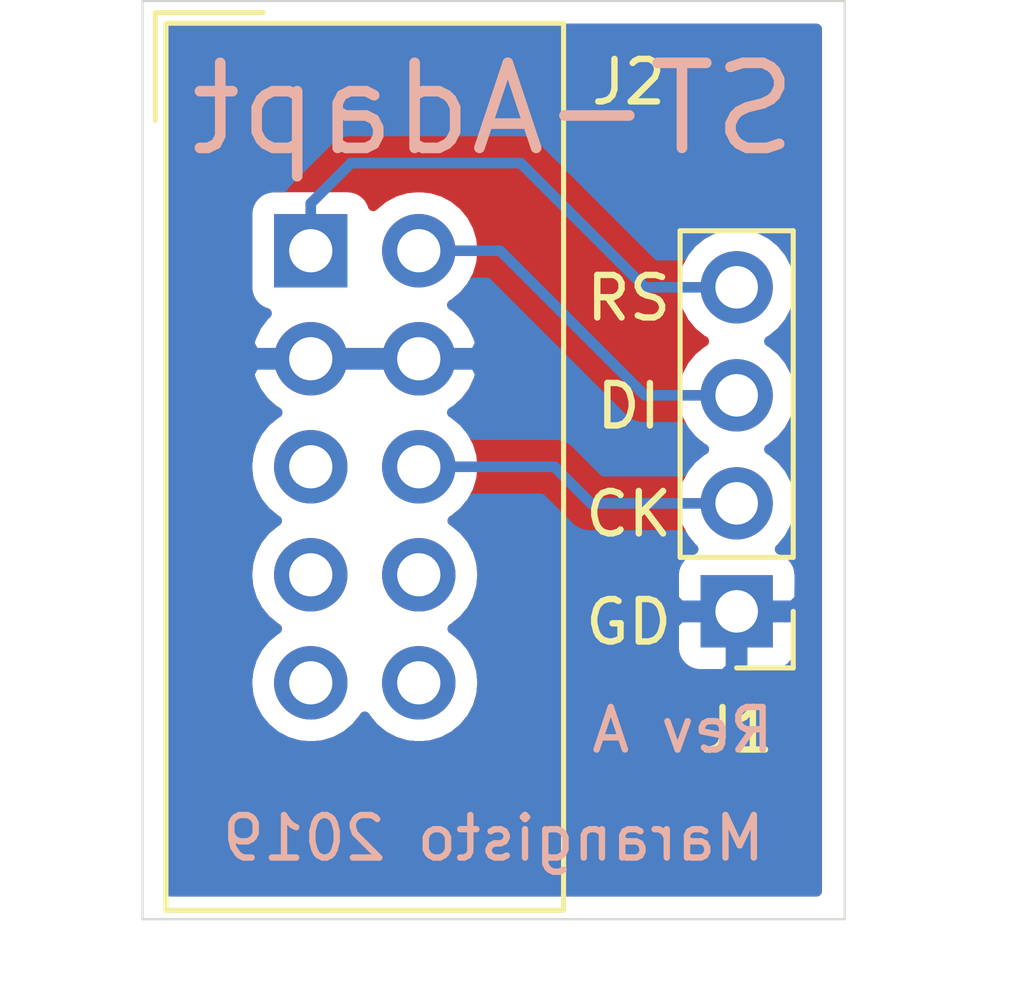
<source format=kicad_pcb>
(kicad_pcb (version 20171130) (host pcbnew 5.1.4-e60b266~84~ubuntu18.04.1)

  (general
    (thickness 1.6)
    (drawings 11)
    (tracks 11)
    (zones 0)
    (modules 2)
    (nets 10)
  )

  (page A4)
  (layers
    (0 F.Cu signal)
    (31 B.Cu signal)
    (32 B.Adhes user)
    (33 F.Adhes user)
    (34 B.Paste user)
    (35 F.Paste user)
    (36 B.SilkS user)
    (37 F.SilkS user)
    (38 B.Mask user)
    (39 F.Mask user)
    (40 Dwgs.User user)
    (41 Cmts.User user)
    (42 Eco1.User user)
    (43 Eco2.User user)
    (44 Edge.Cuts user)
    (45 Margin user)
    (46 B.CrtYd user)
    (47 F.CrtYd user)
    (48 B.Fab user)
    (49 F.Fab user)
  )

  (setup
    (last_trace_width 0.25)
    (user_trace_width 0.508)
    (trace_clearance 0.2)
    (zone_clearance 0.508)
    (zone_45_only no)
    (trace_min 0.2)
    (via_size 0.8)
    (via_drill 0.4)
    (via_min_size 0.4)
    (via_min_drill 0.3)
    (uvia_size 0.3)
    (uvia_drill 0.1)
    (uvias_allowed no)
    (uvia_min_size 0.2)
    (uvia_min_drill 0.1)
    (edge_width 0.05)
    (segment_width 0.2)
    (pcb_text_width 0.3)
    (pcb_text_size 1.5 1.5)
    (mod_edge_width 0.12)
    (mod_text_size 1 1)
    (mod_text_width 0.15)
    (pad_size 1.524 1.524)
    (pad_drill 0.762)
    (pad_to_mask_clearance 0.051)
    (solder_mask_min_width 0.25)
    (aux_axis_origin 0 0)
    (visible_elements FFFFFF7F)
    (pcbplotparams
      (layerselection 0x010fc_ffffffff)
      (usegerberextensions false)
      (usegerberattributes false)
      (usegerberadvancedattributes false)
      (creategerberjobfile false)
      (excludeedgelayer true)
      (linewidth 0.100000)
      (plotframeref false)
      (viasonmask false)
      (mode 1)
      (useauxorigin true)
      (hpglpennumber 1)
      (hpglpenspeed 20)
      (hpglpendiameter 15.000000)
      (psnegative false)
      (psa4output false)
      (plotreference true)
      (plotvalue true)
      (plotinvisibletext false)
      (padsonsilk false)
      (subtractmaskfromsilk false)
      (outputformat 1)
      (mirror false)
      (drillshape 0)
      (scaleselection 1)
      (outputdirectory "Gerber"))
  )

  (net 0 "")
  (net 1 RESET)
  (net 2 SWDIO)
  (net 3 SWCLK)
  (net 4 GND)
  (net 5 "Net-(J2-Pad10)")
  (net 6 "Net-(J2-Pad9)")
  (net 7 "Net-(J2-Pad8)")
  (net 8 "Net-(J2-Pad7)")
  (net 9 "Net-(J2-Pad5)")

  (net_class Default "This is the default net class."
    (clearance 0.2)
    (trace_width 0.25)
    (via_dia 0.8)
    (via_drill 0.4)
    (uvia_dia 0.3)
    (uvia_drill 0.1)
    (add_net GND)
    (add_net "Net-(J2-Pad10)")
    (add_net "Net-(J2-Pad5)")
    (add_net "Net-(J2-Pad7)")
    (add_net "Net-(J2-Pad8)")
    (add_net "Net-(J2-Pad9)")
    (add_net RESET)
    (add_net SWCLK)
    (add_net SWDIO)
  )

  (module Connector_IDC:IDC-Header_2x05_P2.54mm_Vertical (layer F.Cu) (tedit 59DE0611) (tstamp 5DB6EC8B)
    (at 138.575 86.516)
    (descr "Through hole straight IDC box header, 2x05, 2.54mm pitch, double rows")
    (tags "Through hole IDC box header THT 2x05 2.54mm double row")
    (path /5DB7E212)
    (fp_text reference J2 (at 7.475 -3.966) (layer F.SilkS)
      (effects (font (size 1 1) (thickness 0.15)))
    )
    (fp_text value Conn_02x05_Odd_Even (at 1.27 16.764) (layer F.Fab)
      (effects (font (size 1 1) (thickness 0.15)))
    )
    (fp_line (start -3.655 -5.6) (end -1.115 -5.6) (layer F.SilkS) (width 0.12))
    (fp_line (start -3.655 -5.6) (end -3.655 -3.06) (layer F.SilkS) (width 0.12))
    (fp_line (start -3.405 -5.35) (end 5.945 -5.35) (layer F.SilkS) (width 0.12))
    (fp_line (start -3.405 15.51) (end -3.405 -5.35) (layer F.SilkS) (width 0.12))
    (fp_line (start 5.945 15.51) (end -3.405 15.51) (layer F.SilkS) (width 0.12))
    (fp_line (start 5.945 -5.35) (end 5.945 15.51) (layer F.SilkS) (width 0.12))
    (fp_line (start -3.41 -5.35) (end 5.95 -5.35) (layer F.CrtYd) (width 0.05))
    (fp_line (start -3.41 15.51) (end -3.41 -5.35) (layer F.CrtYd) (width 0.05))
    (fp_line (start 5.95 15.51) (end -3.41 15.51) (layer F.CrtYd) (width 0.05))
    (fp_line (start 5.95 -5.35) (end 5.95 15.51) (layer F.CrtYd) (width 0.05))
    (fp_line (start -3.155 15.26) (end -2.605 14.7) (layer F.Fab) (width 0.1))
    (fp_line (start -3.155 -5.1) (end -2.605 -4.56) (layer F.Fab) (width 0.1))
    (fp_line (start 5.695 15.26) (end 5.145 14.7) (layer F.Fab) (width 0.1))
    (fp_line (start 5.695 -5.1) (end 5.145 -4.56) (layer F.Fab) (width 0.1))
    (fp_line (start 5.145 14.7) (end -2.605 14.7) (layer F.Fab) (width 0.1))
    (fp_line (start 5.695 15.26) (end -3.155 15.26) (layer F.Fab) (width 0.1))
    (fp_line (start 5.145 -4.56) (end -2.605 -4.56) (layer F.Fab) (width 0.1))
    (fp_line (start 5.695 -5.1) (end -3.155 -5.1) (layer F.Fab) (width 0.1))
    (fp_line (start -2.605 7.33) (end -3.155 7.33) (layer F.Fab) (width 0.1))
    (fp_line (start -2.605 2.83) (end -3.155 2.83) (layer F.Fab) (width 0.1))
    (fp_line (start -2.605 7.33) (end -2.605 14.7) (layer F.Fab) (width 0.1))
    (fp_line (start -2.605 -4.56) (end -2.605 2.83) (layer F.Fab) (width 0.1))
    (fp_line (start -3.155 -5.1) (end -3.155 15.26) (layer F.Fab) (width 0.1))
    (fp_line (start 5.145 -4.56) (end 5.145 14.7) (layer F.Fab) (width 0.1))
    (fp_line (start 5.695 -5.1) (end 5.695 15.26) (layer F.Fab) (width 0.1))
    (fp_text user %R (at 1.27 5.08) (layer F.Fab)
      (effects (font (size 1 1) (thickness 0.15)))
    )
    (pad 10 thru_hole oval (at 2.54 10.16) (size 1.7272 1.7272) (drill 1.016) (layers *.Cu *.Mask)
      (net 5 "Net-(J2-Pad10)"))
    (pad 9 thru_hole oval (at 0 10.16) (size 1.7272 1.7272) (drill 1.016) (layers *.Cu *.Mask)
      (net 6 "Net-(J2-Pad9)"))
    (pad 8 thru_hole oval (at 2.54 7.62) (size 1.7272 1.7272) (drill 1.016) (layers *.Cu *.Mask)
      (net 7 "Net-(J2-Pad8)"))
    (pad 7 thru_hole oval (at 0 7.62) (size 1.7272 1.7272) (drill 1.016) (layers *.Cu *.Mask)
      (net 8 "Net-(J2-Pad7)"))
    (pad 6 thru_hole oval (at 2.54 5.08) (size 1.7272 1.7272) (drill 1.016) (layers *.Cu *.Mask)
      (net 3 SWCLK))
    (pad 5 thru_hole oval (at 0 5.08) (size 1.7272 1.7272) (drill 1.016) (layers *.Cu *.Mask)
      (net 9 "Net-(J2-Pad5)"))
    (pad 4 thru_hole oval (at 2.54 2.54) (size 1.7272 1.7272) (drill 1.016) (layers *.Cu *.Mask)
      (net 4 GND))
    (pad 3 thru_hole oval (at 0 2.54) (size 1.7272 1.7272) (drill 1.016) (layers *.Cu *.Mask)
      (net 4 GND))
    (pad 2 thru_hole oval (at 2.54 0) (size 1.7272 1.7272) (drill 1.016) (layers *.Cu *.Mask)
      (net 2 SWDIO))
    (pad 1 thru_hole rect (at 0 0) (size 1.7272 1.7272) (drill 1.016) (layers *.Cu *.Mask)
      (net 1 RESET))
    (model ${KISYS3DMOD}/Connector_IDC.3dshapes/IDC-Header_2x05_P2.54mm_Vertical.wrl
      (at (xyz 0 0 0))
      (scale (xyz 1 1 1))
      (rotate (xyz 0 0 0))
    )
  )

  (module Connector_PinHeader_2.54mm:PinHeader_1x04_P2.54mm_Vertical (layer F.Cu) (tedit 59FED5CC) (tstamp 5DB6EC5A)
    (at 148.59 94.996 180)
    (descr "Through hole straight pin header, 1x04, 2.54mm pitch, single row")
    (tags "Through hole pin header THT 1x04 2.54mm single row")
    (path /5DB7EE25)
    (fp_text reference J1 (at 0 -2.794) (layer F.SilkS)
      (effects (font (size 1 1) (thickness 0.15)))
    )
    (fp_text value Conn_01x04_Male (at 0 9.95) (layer F.Fab)
      (effects (font (size 1 1) (thickness 0.15)))
    )
    (fp_text user %R (at 0 3.81 90) (layer F.Fab)
      (effects (font (size 1 1) (thickness 0.15)))
    )
    (fp_line (start 1.8 -1.8) (end -1.8 -1.8) (layer F.CrtYd) (width 0.05))
    (fp_line (start 1.8 9.4) (end 1.8 -1.8) (layer F.CrtYd) (width 0.05))
    (fp_line (start -1.8 9.4) (end 1.8 9.4) (layer F.CrtYd) (width 0.05))
    (fp_line (start -1.8 -1.8) (end -1.8 9.4) (layer F.CrtYd) (width 0.05))
    (fp_line (start -1.33 -1.33) (end 0 -1.33) (layer F.SilkS) (width 0.12))
    (fp_line (start -1.33 0) (end -1.33 -1.33) (layer F.SilkS) (width 0.12))
    (fp_line (start -1.33 1.27) (end 1.33 1.27) (layer F.SilkS) (width 0.12))
    (fp_line (start 1.33 1.27) (end 1.33 8.95) (layer F.SilkS) (width 0.12))
    (fp_line (start -1.33 1.27) (end -1.33 8.95) (layer F.SilkS) (width 0.12))
    (fp_line (start -1.33 8.95) (end 1.33 8.95) (layer F.SilkS) (width 0.12))
    (fp_line (start -1.27 -0.635) (end -0.635 -1.27) (layer F.Fab) (width 0.1))
    (fp_line (start -1.27 8.89) (end -1.27 -0.635) (layer F.Fab) (width 0.1))
    (fp_line (start 1.27 8.89) (end -1.27 8.89) (layer F.Fab) (width 0.1))
    (fp_line (start 1.27 -1.27) (end 1.27 8.89) (layer F.Fab) (width 0.1))
    (fp_line (start -0.635 -1.27) (end 1.27 -1.27) (layer F.Fab) (width 0.1))
    (pad 4 thru_hole oval (at 0 7.62 180) (size 1.7 1.7) (drill 1) (layers *.Cu *.Mask)
      (net 1 RESET))
    (pad 3 thru_hole oval (at 0 5.08 180) (size 1.7 1.7) (drill 1) (layers *.Cu *.Mask)
      (net 2 SWDIO))
    (pad 2 thru_hole oval (at 0 2.54 180) (size 1.7 1.7) (drill 1) (layers *.Cu *.Mask)
      (net 3 SWCLK))
    (pad 1 thru_hole rect (at 0 0 180) (size 1.7 1.7) (drill 1) (layers *.Cu *.Mask)
      (net 4 GND))
    (model ${KISYS3DMOD}/Connector_PinHeader_2.54mm.3dshapes/PinHeader_1x04_P2.54mm_Vertical.wrl
      (at (xyz 0 0 0))
      (scale (xyz 1 1 1))
      (rotate (xyz 0 0 0))
    )
  )

  (gr_text "Rev A" (at 147.32 97.79) (layer B.SilkS)
    (effects (font (size 1 1) (thickness 0.15)) (justify mirror))
  )
  (gr_text ST-Adapt (at 142.875 83.185) (layer B.SilkS)
    (effects (font (size 2 2) (thickness 0.25)) (justify mirror))
  )
  (gr_text "Marangisto 2019" (at 142.875 100.33) (layer B.SilkS)
    (effects (font (size 1 1) (thickness 0.15)) (justify mirror))
  )
  (gr_text RS (at 146.05 87.63) (layer F.SilkS) (tstamp 5DB6F28F)
    (effects (font (size 1 1) (thickness 0.15)))
  )
  (gr_text DI (at 146.05 90.17) (layer F.SilkS) (tstamp 5DB6F28C)
    (effects (font (size 1 1) (thickness 0.15)))
  )
  (gr_text CK (at 146.05 92.71) (layer F.SilkS) (tstamp 5DB6F28A)
    (effects (font (size 1 1) (thickness 0.15)))
  )
  (gr_text GD (at 146.05 95.25) (layer F.SilkS)
    (effects (font (size 1 1) (thickness 0.15)))
  )
  (gr_line (start 134.62 102.235) (end 134.62 80.645) (layer Edge.Cuts) (width 0.05) (tstamp 5DB6F1EF))
  (gr_line (start 151.13 102.235) (end 134.62 102.235) (layer Edge.Cuts) (width 0.05))
  (gr_line (start 151.13 80.645) (end 151.13 102.235) (layer Edge.Cuts) (width 0.05))
  (gr_line (start 134.62 80.645) (end 151.13 80.645) (layer Edge.Cuts) (width 0.05))

  (segment (start 146.431 87.376) (end 148.59 87.376) (width 0.25) (layer B.Cu) (net 1))
  (segment (start 143.51 84.455) (end 146.431 87.376) (width 0.25) (layer B.Cu) (net 1))
  (segment (start 139.5224 84.455) (end 143.51 84.455) (width 0.25) (layer B.Cu) (net 1))
  (segment (start 138.575 86.516) (end 138.575 85.4024) (width 0.25) (layer B.Cu) (net 1))
  (segment (start 138.575 85.4024) (end 139.5224 84.455) (width 0.25) (layer B.Cu) (net 1))
  (segment (start 146.431 89.916) (end 148.59 89.916) (width 0.25) (layer B.Cu) (net 2))
  (segment (start 141.115 86.516) (end 143.031 86.516) (width 0.25) (layer B.Cu) (net 2))
  (segment (start 143.031 86.516) (end 146.431 89.916) (width 0.25) (layer B.Cu) (net 2))
  (segment (start 141.115 91.596) (end 144.301 91.596) (width 0.25) (layer B.Cu) (net 3))
  (segment (start 145.161 92.456) (end 148.59 92.456) (width 0.25) (layer B.Cu) (net 3))
  (segment (start 144.301 91.596) (end 145.161 92.456) (width 0.25) (layer B.Cu) (net 3))

  (zone (net 4) (net_name GND) (layer B.Cu) (tstamp 5DB6F346) (hatch edge 0.508)
    (connect_pads (clearance 0.508))
    (min_thickness 0.254)
    (fill yes (arc_segments 32) (thermal_gap 0.508) (thermal_bridge_width 0.508))
    (polygon
      (pts
        (xy 134.62 80.645) (xy 151.13 80.645) (xy 151.13 102.235) (xy 134.62 102.235)
      )
    )
    (filled_polygon
      (pts
        (xy 150.470001 101.575) (xy 135.28 101.575) (xy 135.28 91.596) (xy 137.069149 91.596) (xy 137.098084 91.889777)
        (xy 137.183775 92.172264) (xy 137.322931 92.432606) (xy 137.510203 92.660797) (xy 137.738394 92.848069) (xy 137.77194 92.866)
        (xy 137.738394 92.883931) (xy 137.510203 93.071203) (xy 137.322931 93.299394) (xy 137.183775 93.559736) (xy 137.098084 93.842223)
        (xy 137.069149 94.136) (xy 137.098084 94.429777) (xy 137.183775 94.712264) (xy 137.322931 94.972606) (xy 137.510203 95.200797)
        (xy 137.738394 95.388069) (xy 137.77194 95.406) (xy 137.738394 95.423931) (xy 137.510203 95.611203) (xy 137.322931 95.839394)
        (xy 137.183775 96.099736) (xy 137.098084 96.382223) (xy 137.069149 96.676) (xy 137.098084 96.969777) (xy 137.183775 97.252264)
        (xy 137.322931 97.512606) (xy 137.510203 97.740797) (xy 137.738394 97.928069) (xy 137.998736 98.067225) (xy 138.281223 98.152916)
        (xy 138.501381 98.1746) (xy 138.648619 98.1746) (xy 138.868777 98.152916) (xy 139.151264 98.067225) (xy 139.411606 97.928069)
        (xy 139.639797 97.740797) (xy 139.827069 97.512606) (xy 139.845 97.47906) (xy 139.862931 97.512606) (xy 140.050203 97.740797)
        (xy 140.278394 97.928069) (xy 140.538736 98.067225) (xy 140.821223 98.152916) (xy 141.041381 98.1746) (xy 141.188619 98.1746)
        (xy 141.408777 98.152916) (xy 141.691264 98.067225) (xy 141.951606 97.928069) (xy 142.179797 97.740797) (xy 142.367069 97.512606)
        (xy 142.506225 97.252264) (xy 142.591916 96.969777) (xy 142.620851 96.676) (xy 142.591916 96.382223) (xy 142.506225 96.099736)
        (xy 142.3706 95.846) (xy 147.101928 95.846) (xy 147.114188 95.970482) (xy 147.150498 96.09018) (xy 147.209463 96.200494)
        (xy 147.288815 96.297185) (xy 147.385506 96.376537) (xy 147.49582 96.435502) (xy 147.615518 96.471812) (xy 147.74 96.484072)
        (xy 148.30425 96.481) (xy 148.463 96.32225) (xy 148.463 95.123) (xy 148.717 95.123) (xy 148.717 96.32225)
        (xy 148.87575 96.481) (xy 149.44 96.484072) (xy 149.564482 96.471812) (xy 149.68418 96.435502) (xy 149.794494 96.376537)
        (xy 149.891185 96.297185) (xy 149.970537 96.200494) (xy 150.029502 96.09018) (xy 150.065812 95.970482) (xy 150.078072 95.846)
        (xy 150.075 95.28175) (xy 149.91625 95.123) (xy 148.717 95.123) (xy 148.463 95.123) (xy 147.26375 95.123)
        (xy 147.105 95.28175) (xy 147.101928 95.846) (xy 142.3706 95.846) (xy 142.367069 95.839394) (xy 142.179797 95.611203)
        (xy 141.951606 95.423931) (xy 141.91806 95.406) (xy 141.951606 95.388069) (xy 142.179797 95.200797) (xy 142.367069 94.972606)
        (xy 142.506225 94.712264) (xy 142.591916 94.429777) (xy 142.620851 94.136) (xy 142.591916 93.842223) (xy 142.506225 93.559736)
        (xy 142.367069 93.299394) (xy 142.179797 93.071203) (xy 141.951606 92.883931) (xy 141.91806 92.866) (xy 141.951606 92.848069)
        (xy 142.179797 92.660797) (xy 142.367069 92.432606) (xy 142.408016 92.356) (xy 143.986199 92.356) (xy 144.597201 92.967003)
        (xy 144.620999 92.996001) (xy 144.736724 93.090974) (xy 144.868753 93.161546) (xy 145.012014 93.205003) (xy 145.123667 93.216)
        (xy 145.123675 93.216) (xy 145.161 93.219676) (xy 145.198325 93.216) (xy 147.312405 93.216) (xy 147.349294 93.285014)
        (xy 147.534866 93.511134) (xy 147.564687 93.535607) (xy 147.49582 93.556498) (xy 147.385506 93.615463) (xy 147.288815 93.694815)
        (xy 147.209463 93.791506) (xy 147.150498 93.90182) (xy 147.114188 94.021518) (xy 147.101928 94.146) (xy 147.105 94.71025)
        (xy 147.26375 94.869) (xy 148.463 94.869) (xy 148.463 94.849) (xy 148.717 94.849) (xy 148.717 94.869)
        (xy 149.91625 94.869) (xy 150.075 94.71025) (xy 150.078072 94.146) (xy 150.065812 94.021518) (xy 150.029502 93.90182)
        (xy 149.970537 93.791506) (xy 149.891185 93.694815) (xy 149.794494 93.615463) (xy 149.68418 93.556498) (xy 149.615313 93.535607)
        (xy 149.645134 93.511134) (xy 149.830706 93.285014) (xy 149.968599 93.027034) (xy 150.053513 92.747111) (xy 150.082185 92.456)
        (xy 150.053513 92.164889) (xy 149.968599 91.884966) (xy 149.830706 91.626986) (xy 149.645134 91.400866) (xy 149.419014 91.215294)
        (xy 149.364209 91.186) (xy 149.419014 91.156706) (xy 149.645134 90.971134) (xy 149.830706 90.745014) (xy 149.968599 90.487034)
        (xy 150.053513 90.207111) (xy 150.082185 89.916) (xy 150.053513 89.624889) (xy 149.968599 89.344966) (xy 149.830706 89.086986)
        (xy 149.645134 88.860866) (xy 149.419014 88.675294) (xy 149.364209 88.646) (xy 149.419014 88.616706) (xy 149.645134 88.431134)
        (xy 149.830706 88.205014) (xy 149.968599 87.947034) (xy 150.053513 87.667111) (xy 150.082185 87.376) (xy 150.053513 87.084889)
        (xy 149.968599 86.804966) (xy 149.830706 86.546986) (xy 149.645134 86.320866) (xy 149.419014 86.135294) (xy 149.161034 85.997401)
        (xy 148.881111 85.912487) (xy 148.66295 85.891) (xy 148.51705 85.891) (xy 148.298889 85.912487) (xy 148.018966 85.997401)
        (xy 147.760986 86.135294) (xy 147.534866 86.320866) (xy 147.349294 86.546986) (xy 147.312405 86.616) (xy 146.745802 86.616)
        (xy 144.073804 83.944003) (xy 144.050001 83.914999) (xy 143.934276 83.820026) (xy 143.802247 83.749454) (xy 143.658986 83.705997)
        (xy 143.547333 83.695) (xy 143.547322 83.695) (xy 143.51 83.691324) (xy 143.472678 83.695) (xy 139.559723 83.695)
        (xy 139.5224 83.691324) (xy 139.485077 83.695) (xy 139.485067 83.695) (xy 139.373414 83.705997) (xy 139.230153 83.749454)
        (xy 139.098123 83.820026) (xy 139.014483 83.888668) (xy 138.982399 83.914999) (xy 138.958601 83.943997) (xy 138.063998 84.838601)
        (xy 138.035 84.862399) (xy 138.011202 84.891397) (xy 138.011201 84.891398) (xy 137.940026 84.978124) (xy 137.920674 85.014328)
        (xy 137.7114 85.014328) (xy 137.586918 85.026588) (xy 137.46722 85.062898) (xy 137.356906 85.121863) (xy 137.260215 85.201215)
        (xy 137.180863 85.297906) (xy 137.121898 85.40822) (xy 137.085588 85.527918) (xy 137.073328 85.6524) (xy 137.073328 87.3796)
        (xy 137.085588 87.504082) (xy 137.121898 87.62378) (xy 137.180863 87.734094) (xy 137.260215 87.830785) (xy 137.356906 87.910137)
        (xy 137.46722 87.969102) (xy 137.531574 87.988624) (xy 137.468146 88.045707) (xy 137.292316 88.281056) (xy 137.165778 88.546186)
        (xy 137.120042 88.696974) (xy 137.241183 88.929) (xy 138.448 88.929) (xy 138.448 88.909) (xy 138.702 88.909)
        (xy 138.702 88.929) (xy 140.988 88.929) (xy 140.988 88.909) (xy 141.242 88.909) (xy 141.242 88.929)
        (xy 142.448817 88.929) (xy 142.569958 88.696974) (xy 142.524222 88.546186) (xy 142.397684 88.281056) (xy 142.221854 88.045707)
        (xy 142.003488 87.849183) (xy 141.90709 87.791863) (xy 141.951606 87.768069) (xy 142.179797 87.580797) (xy 142.367069 87.352606)
        (xy 142.408016 87.276) (xy 142.716199 87.276) (xy 145.867201 90.427003) (xy 145.890999 90.456001) (xy 145.919997 90.479799)
        (xy 146.006723 90.550974) (xy 146.138753 90.621546) (xy 146.282014 90.665003) (xy 146.393667 90.676) (xy 146.393676 90.676)
        (xy 146.430999 90.679676) (xy 146.468322 90.676) (xy 147.312405 90.676) (xy 147.349294 90.745014) (xy 147.534866 90.971134)
        (xy 147.760986 91.156706) (xy 147.815791 91.186) (xy 147.760986 91.215294) (xy 147.534866 91.400866) (xy 147.349294 91.626986)
        (xy 147.312405 91.696) (xy 145.475802 91.696) (xy 144.864803 91.085002) (xy 144.841001 91.055999) (xy 144.725276 90.961026)
        (xy 144.593247 90.890454) (xy 144.449986 90.846997) (xy 144.338333 90.836) (xy 144.338322 90.836) (xy 144.301 90.832324)
        (xy 144.263678 90.836) (xy 142.408016 90.836) (xy 142.367069 90.759394) (xy 142.179797 90.531203) (xy 141.951606 90.343931)
        (xy 141.90709 90.320137) (xy 142.003488 90.262817) (xy 142.221854 90.066293) (xy 142.397684 89.830944) (xy 142.524222 89.565814)
        (xy 142.569958 89.415026) (xy 142.448817 89.183) (xy 141.242 89.183) (xy 141.242 89.203) (xy 140.988 89.203)
        (xy 140.988 89.183) (xy 138.702 89.183) (xy 138.702 89.203) (xy 138.448 89.203) (xy 138.448 89.183)
        (xy 137.241183 89.183) (xy 137.120042 89.415026) (xy 137.165778 89.565814) (xy 137.292316 89.830944) (xy 137.468146 90.066293)
        (xy 137.686512 90.262817) (xy 137.78291 90.320137) (xy 137.738394 90.343931) (xy 137.510203 90.531203) (xy 137.322931 90.759394)
        (xy 137.183775 91.019736) (xy 137.098084 91.302223) (xy 137.069149 91.596) (xy 135.28 91.596) (xy 135.28 81.305)
        (xy 150.47 81.305)
      )
    )
  )
  (zone (net 4) (net_name GND) (layer B.Cu) (tstamp 5DB6F343) (hatch edge 0.508)
    (connect_pads (clearance 0.508))
    (min_thickness 0.254)
    (fill yes (arc_segments 32) (thermal_gap 0.508) (thermal_bridge_width 0.508))
    (polygon
      (pts
        (xy 134.62 80.645) (xy 151.13 80.645) (xy 151.13 102.235) (xy 134.62 102.235)
      )
    )
    (filled_polygon
      (pts
        (xy 150.470001 101.575) (xy 135.28 101.575) (xy 135.28 91.596) (xy 137.069149 91.596) (xy 137.098084 91.889777)
        (xy 137.183775 92.172264) (xy 137.322931 92.432606) (xy 137.510203 92.660797) (xy 137.738394 92.848069) (xy 137.77194 92.866)
        (xy 137.738394 92.883931) (xy 137.510203 93.071203) (xy 137.322931 93.299394) (xy 137.183775 93.559736) (xy 137.098084 93.842223)
        (xy 137.069149 94.136) (xy 137.098084 94.429777) (xy 137.183775 94.712264) (xy 137.322931 94.972606) (xy 137.510203 95.200797)
        (xy 137.738394 95.388069) (xy 137.77194 95.406) (xy 137.738394 95.423931) (xy 137.510203 95.611203) (xy 137.322931 95.839394)
        (xy 137.183775 96.099736) (xy 137.098084 96.382223) (xy 137.069149 96.676) (xy 137.098084 96.969777) (xy 137.183775 97.252264)
        (xy 137.322931 97.512606) (xy 137.510203 97.740797) (xy 137.738394 97.928069) (xy 137.998736 98.067225) (xy 138.281223 98.152916)
        (xy 138.501381 98.1746) (xy 138.648619 98.1746) (xy 138.868777 98.152916) (xy 139.151264 98.067225) (xy 139.411606 97.928069)
        (xy 139.639797 97.740797) (xy 139.827069 97.512606) (xy 139.845 97.47906) (xy 139.862931 97.512606) (xy 140.050203 97.740797)
        (xy 140.278394 97.928069) (xy 140.538736 98.067225) (xy 140.821223 98.152916) (xy 141.041381 98.1746) (xy 141.188619 98.1746)
        (xy 141.408777 98.152916) (xy 141.691264 98.067225) (xy 141.951606 97.928069) (xy 142.179797 97.740797) (xy 142.367069 97.512606)
        (xy 142.506225 97.252264) (xy 142.591916 96.969777) (xy 142.620851 96.676) (xy 142.591916 96.382223) (xy 142.506225 96.099736)
        (xy 142.3706 95.846) (xy 147.101928 95.846) (xy 147.114188 95.970482) (xy 147.150498 96.09018) (xy 147.209463 96.200494)
        (xy 147.288815 96.297185) (xy 147.385506 96.376537) (xy 147.49582 96.435502) (xy 147.615518 96.471812) (xy 147.74 96.484072)
        (xy 148.30425 96.481) (xy 148.463 96.32225) (xy 148.463 95.123) (xy 148.717 95.123) (xy 148.717 96.32225)
        (xy 148.87575 96.481) (xy 149.44 96.484072) (xy 149.564482 96.471812) (xy 149.68418 96.435502) (xy 149.794494 96.376537)
        (xy 149.891185 96.297185) (xy 149.970537 96.200494) (xy 150.029502 96.09018) (xy 150.065812 95.970482) (xy 150.078072 95.846)
        (xy 150.075 95.28175) (xy 149.91625 95.123) (xy 148.717 95.123) (xy 148.463 95.123) (xy 147.26375 95.123)
        (xy 147.105 95.28175) (xy 147.101928 95.846) (xy 142.3706 95.846) (xy 142.367069 95.839394) (xy 142.179797 95.611203)
        (xy 141.951606 95.423931) (xy 141.91806 95.406) (xy 141.951606 95.388069) (xy 142.179797 95.200797) (xy 142.367069 94.972606)
        (xy 142.506225 94.712264) (xy 142.591916 94.429777) (xy 142.620851 94.136) (xy 142.591916 93.842223) (xy 142.506225 93.559736)
        (xy 142.367069 93.299394) (xy 142.179797 93.071203) (xy 141.951606 92.883931) (xy 141.91806 92.866) (xy 141.951606 92.848069)
        (xy 142.179797 92.660797) (xy 142.367069 92.432606) (xy 142.408016 92.356) (xy 143.986199 92.356) (xy 144.597201 92.967003)
        (xy 144.620999 92.996001) (xy 144.736724 93.090974) (xy 144.868753 93.161546) (xy 145.012014 93.205003) (xy 145.123667 93.216)
        (xy 145.123675 93.216) (xy 145.161 93.219676) (xy 145.198325 93.216) (xy 147.312405 93.216) (xy 147.349294 93.285014)
        (xy 147.534866 93.511134) (xy 147.564687 93.535607) (xy 147.49582 93.556498) (xy 147.385506 93.615463) (xy 147.288815 93.694815)
        (xy 147.209463 93.791506) (xy 147.150498 93.90182) (xy 147.114188 94.021518) (xy 147.101928 94.146) (xy 147.105 94.71025)
        (xy 147.26375 94.869) (xy 148.463 94.869) (xy 148.463 94.849) (xy 148.717 94.849) (xy 148.717 94.869)
        (xy 149.91625 94.869) (xy 150.075 94.71025) (xy 150.078072 94.146) (xy 150.065812 94.021518) (xy 150.029502 93.90182)
        (xy 149.970537 93.791506) (xy 149.891185 93.694815) (xy 149.794494 93.615463) (xy 149.68418 93.556498) (xy 149.615313 93.535607)
        (xy 149.645134 93.511134) (xy 149.830706 93.285014) (xy 149.968599 93.027034) (xy 150.053513 92.747111) (xy 150.082185 92.456)
        (xy 150.053513 92.164889) (xy 149.968599 91.884966) (xy 149.830706 91.626986) (xy 149.645134 91.400866) (xy 149.419014 91.215294)
        (xy 149.364209 91.186) (xy 149.419014 91.156706) (xy 149.645134 90.971134) (xy 149.830706 90.745014) (xy 149.968599 90.487034)
        (xy 150.053513 90.207111) (xy 150.082185 89.916) (xy 150.053513 89.624889) (xy 149.968599 89.344966) (xy 149.830706 89.086986)
        (xy 149.645134 88.860866) (xy 149.419014 88.675294) (xy 149.364209 88.646) (xy 149.419014 88.616706) (xy 149.645134 88.431134)
        (xy 149.830706 88.205014) (xy 149.968599 87.947034) (xy 150.053513 87.667111) (xy 150.082185 87.376) (xy 150.053513 87.084889)
        (xy 149.968599 86.804966) (xy 149.830706 86.546986) (xy 149.645134 86.320866) (xy 149.419014 86.135294) (xy 149.161034 85.997401)
        (xy 148.881111 85.912487) (xy 148.66295 85.891) (xy 148.51705 85.891) (xy 148.298889 85.912487) (xy 148.018966 85.997401)
        (xy 147.760986 86.135294) (xy 147.534866 86.320866) (xy 147.349294 86.546986) (xy 147.312405 86.616) (xy 146.745802 86.616)
        (xy 144.073804 83.944003) (xy 144.050001 83.914999) (xy 143.934276 83.820026) (xy 143.802247 83.749454) (xy 143.658986 83.705997)
        (xy 143.547333 83.695) (xy 143.547322 83.695) (xy 143.51 83.691324) (xy 143.472678 83.695) (xy 139.559723 83.695)
        (xy 139.5224 83.691324) (xy 139.485077 83.695) (xy 139.485067 83.695) (xy 139.373414 83.705997) (xy 139.230153 83.749454)
        (xy 139.098123 83.820026) (xy 139.014483 83.888668) (xy 138.982399 83.914999) (xy 138.958601 83.943997) (xy 138.063998 84.838601)
        (xy 138.035 84.862399) (xy 138.011202 84.891397) (xy 138.011201 84.891398) (xy 137.940026 84.978124) (xy 137.920674 85.014328)
        (xy 137.7114 85.014328) (xy 137.586918 85.026588) (xy 137.46722 85.062898) (xy 137.356906 85.121863) (xy 137.260215 85.201215)
        (xy 137.180863 85.297906) (xy 137.121898 85.40822) (xy 137.085588 85.527918) (xy 137.073328 85.6524) (xy 137.073328 87.3796)
        (xy 137.085588 87.504082) (xy 137.121898 87.62378) (xy 137.180863 87.734094) (xy 137.260215 87.830785) (xy 137.356906 87.910137)
        (xy 137.46722 87.969102) (xy 137.531574 87.988624) (xy 137.468146 88.045707) (xy 137.292316 88.281056) (xy 137.165778 88.546186)
        (xy 137.120042 88.696974) (xy 137.241183 88.929) (xy 138.448 88.929) (xy 138.448 88.909) (xy 138.702 88.909)
        (xy 138.702 88.929) (xy 140.988 88.929) (xy 140.988 88.909) (xy 141.242 88.909) (xy 141.242 88.929)
        (xy 142.448817 88.929) (xy 142.569958 88.696974) (xy 142.524222 88.546186) (xy 142.397684 88.281056) (xy 142.221854 88.045707)
        (xy 142.003488 87.849183) (xy 141.90709 87.791863) (xy 141.951606 87.768069) (xy 142.179797 87.580797) (xy 142.367069 87.352606)
        (xy 142.408016 87.276) (xy 142.716199 87.276) (xy 145.867201 90.427003) (xy 145.890999 90.456001) (xy 145.919997 90.479799)
        (xy 146.006723 90.550974) (xy 146.138753 90.621546) (xy 146.282014 90.665003) (xy 146.393667 90.676) (xy 146.393676 90.676)
        (xy 146.430999 90.679676) (xy 146.468322 90.676) (xy 147.312405 90.676) (xy 147.349294 90.745014) (xy 147.534866 90.971134)
        (xy 147.760986 91.156706) (xy 147.815791 91.186) (xy 147.760986 91.215294) (xy 147.534866 91.400866) (xy 147.349294 91.626986)
        (xy 147.312405 91.696) (xy 145.475802 91.696) (xy 144.864803 91.085002) (xy 144.841001 91.055999) (xy 144.725276 90.961026)
        (xy 144.593247 90.890454) (xy 144.449986 90.846997) (xy 144.338333 90.836) (xy 144.338322 90.836) (xy 144.301 90.832324)
        (xy 144.263678 90.836) (xy 142.408016 90.836) (xy 142.367069 90.759394) (xy 142.179797 90.531203) (xy 141.951606 90.343931)
        (xy 141.90709 90.320137) (xy 142.003488 90.262817) (xy 142.221854 90.066293) (xy 142.397684 89.830944) (xy 142.524222 89.565814)
        (xy 142.569958 89.415026) (xy 142.448817 89.183) (xy 141.242 89.183) (xy 141.242 89.203) (xy 140.988 89.203)
        (xy 140.988 89.183) (xy 138.702 89.183) (xy 138.702 89.203) (xy 138.448 89.203) (xy 138.448 89.183)
        (xy 137.241183 89.183) (xy 137.120042 89.415026) (xy 137.165778 89.565814) (xy 137.292316 89.830944) (xy 137.468146 90.066293)
        (xy 137.686512 90.262817) (xy 137.78291 90.320137) (xy 137.738394 90.343931) (xy 137.510203 90.531203) (xy 137.322931 90.759394)
        (xy 137.183775 91.019736) (xy 137.098084 91.302223) (xy 137.069149 91.596) (xy 135.28 91.596) (xy 135.28 81.305)
        (xy 150.47 81.305)
      )
    )
  )
  (zone (net 4) (net_name GND) (layer F.Cu) (tstamp 5DB6F340) (hatch edge 0.508)
    (connect_pads (clearance 0.508))
    (min_thickness 0.254)
    (fill yes (arc_segments 32) (thermal_gap 0.508) (thermal_bridge_width 0.508))
    (polygon
      (pts
        (xy 134.62 80.645) (xy 151.13 80.645) (xy 151.13 102.235) (xy 134.62 102.235)
      )
    )
    (filled_polygon
      (pts
        (xy 150.470001 101.575) (xy 135.28 101.575) (xy 135.28 91.596) (xy 137.069149 91.596) (xy 137.098084 91.889777)
        (xy 137.183775 92.172264) (xy 137.322931 92.432606) (xy 137.510203 92.660797) (xy 137.738394 92.848069) (xy 137.77194 92.866)
        (xy 137.738394 92.883931) (xy 137.510203 93.071203) (xy 137.322931 93.299394) (xy 137.183775 93.559736) (xy 137.098084 93.842223)
        (xy 137.069149 94.136) (xy 137.098084 94.429777) (xy 137.183775 94.712264) (xy 137.322931 94.972606) (xy 137.510203 95.200797)
        (xy 137.738394 95.388069) (xy 137.77194 95.406) (xy 137.738394 95.423931) (xy 137.510203 95.611203) (xy 137.322931 95.839394)
        (xy 137.183775 96.099736) (xy 137.098084 96.382223) (xy 137.069149 96.676) (xy 137.098084 96.969777) (xy 137.183775 97.252264)
        (xy 137.322931 97.512606) (xy 137.510203 97.740797) (xy 137.738394 97.928069) (xy 137.998736 98.067225) (xy 138.281223 98.152916)
        (xy 138.501381 98.1746) (xy 138.648619 98.1746) (xy 138.868777 98.152916) (xy 139.151264 98.067225) (xy 139.411606 97.928069)
        (xy 139.639797 97.740797) (xy 139.827069 97.512606) (xy 139.845 97.47906) (xy 139.862931 97.512606) (xy 140.050203 97.740797)
        (xy 140.278394 97.928069) (xy 140.538736 98.067225) (xy 140.821223 98.152916) (xy 141.041381 98.1746) (xy 141.188619 98.1746)
        (xy 141.408777 98.152916) (xy 141.691264 98.067225) (xy 141.951606 97.928069) (xy 142.179797 97.740797) (xy 142.367069 97.512606)
        (xy 142.506225 97.252264) (xy 142.591916 96.969777) (xy 142.620851 96.676) (xy 142.591916 96.382223) (xy 142.506225 96.099736)
        (xy 142.3706 95.846) (xy 147.101928 95.846) (xy 147.114188 95.970482) (xy 147.150498 96.09018) (xy 147.209463 96.200494)
        (xy 147.288815 96.297185) (xy 147.385506 96.376537) (xy 147.49582 96.435502) (xy 147.615518 96.471812) (xy 147.74 96.484072)
        (xy 148.30425 96.481) (xy 148.463 96.32225) (xy 148.463 95.123) (xy 148.717 95.123) (xy 148.717 96.32225)
        (xy 148.87575 96.481) (xy 149.44 96.484072) (xy 149.564482 96.471812) (xy 149.68418 96.435502) (xy 149.794494 96.376537)
        (xy 149.891185 96.297185) (xy 149.970537 96.200494) (xy 150.029502 96.09018) (xy 150.065812 95.970482) (xy 150.078072 95.846)
        (xy 150.075 95.28175) (xy 149.91625 95.123) (xy 148.717 95.123) (xy 148.463 95.123) (xy 147.26375 95.123)
        (xy 147.105 95.28175) (xy 147.101928 95.846) (xy 142.3706 95.846) (xy 142.367069 95.839394) (xy 142.179797 95.611203)
        (xy 141.951606 95.423931) (xy 141.91806 95.406) (xy 141.951606 95.388069) (xy 142.179797 95.200797) (xy 142.367069 94.972606)
        (xy 142.506225 94.712264) (xy 142.591916 94.429777) (xy 142.620851 94.136) (xy 142.591916 93.842223) (xy 142.506225 93.559736)
        (xy 142.367069 93.299394) (xy 142.179797 93.071203) (xy 141.951606 92.883931) (xy 141.91806 92.866) (xy 141.951606 92.848069)
        (xy 142.179797 92.660797) (xy 142.367069 92.432606) (xy 142.506225 92.172264) (xy 142.591916 91.889777) (xy 142.620851 91.596)
        (xy 142.591916 91.302223) (xy 142.506225 91.019736) (xy 142.367069 90.759394) (xy 142.179797 90.531203) (xy 141.951606 90.343931)
        (xy 141.90709 90.320137) (xy 142.003488 90.262817) (xy 142.221854 90.066293) (xy 142.397684 89.830944) (xy 142.524222 89.565814)
        (xy 142.569958 89.415026) (xy 142.448817 89.183) (xy 141.242 89.183) (xy 141.242 89.203) (xy 140.988 89.203)
        (xy 140.988 89.183) (xy 138.702 89.183) (xy 138.702 89.203) (xy 138.448 89.203) (xy 138.448 89.183)
        (xy 137.241183 89.183) (xy 137.120042 89.415026) (xy 137.165778 89.565814) (xy 137.292316 89.830944) (xy 137.468146 90.066293)
        (xy 137.686512 90.262817) (xy 137.78291 90.320137) (xy 137.738394 90.343931) (xy 137.510203 90.531203) (xy 137.322931 90.759394)
        (xy 137.183775 91.019736) (xy 137.098084 91.302223) (xy 137.069149 91.596) (xy 135.28 91.596) (xy 135.28 85.6524)
        (xy 137.073328 85.6524) (xy 137.073328 87.3796) (xy 137.085588 87.504082) (xy 137.121898 87.62378) (xy 137.180863 87.734094)
        (xy 137.260215 87.830785) (xy 137.356906 87.910137) (xy 137.46722 87.969102) (xy 137.531574 87.988624) (xy 137.468146 88.045707)
        (xy 137.292316 88.281056) (xy 137.165778 88.546186) (xy 137.120042 88.696974) (xy 137.241183 88.929) (xy 138.448 88.929)
        (xy 138.448 88.909) (xy 138.702 88.909) (xy 138.702 88.929) (xy 140.988 88.929) (xy 140.988 88.909)
        (xy 141.242 88.909) (xy 141.242 88.929) (xy 142.448817 88.929) (xy 142.569958 88.696974) (xy 142.524222 88.546186)
        (xy 142.397684 88.281056) (xy 142.221854 88.045707) (xy 142.003488 87.849183) (xy 141.90709 87.791863) (xy 141.951606 87.768069)
        (xy 142.179797 87.580797) (xy 142.347869 87.376) (xy 147.097815 87.376) (xy 147.126487 87.667111) (xy 147.211401 87.947034)
        (xy 147.349294 88.205014) (xy 147.534866 88.431134) (xy 147.760986 88.616706) (xy 147.815791 88.646) (xy 147.760986 88.675294)
        (xy 147.534866 88.860866) (xy 147.349294 89.086986) (xy 147.211401 89.344966) (xy 147.126487 89.624889) (xy 147.097815 89.916)
        (xy 147.126487 90.207111) (xy 147.211401 90.487034) (xy 147.349294 90.745014) (xy 147.534866 90.971134) (xy 147.760986 91.156706)
        (xy 147.815791 91.186) (xy 147.760986 91.215294) (xy 147.534866 91.400866) (xy 147.349294 91.626986) (xy 147.211401 91.884966)
        (xy 147.126487 92.164889) (xy 147.097815 92.456) (xy 147.126487 92.747111) (xy 147.211401 93.027034) (xy 147.349294 93.285014)
        (xy 147.534866 93.511134) (xy 147.564687 93.535607) (xy 147.49582 93.556498) (xy 147.385506 93.615463) (xy 147.288815 93.694815)
        (xy 147.209463 93.791506) (xy 147.150498 93.90182) (xy 147.114188 94.021518) (xy 147.101928 94.146) (xy 147.105 94.71025)
        (xy 147.26375 94.869) (xy 148.463 94.869) (xy 148.463 94.849) (xy 148.717 94.849) (xy 148.717 94.869)
        (xy 149.91625 94.869) (xy 150.075 94.71025) (xy 150.078072 94.146) (xy 150.065812 94.021518) (xy 150.029502 93.90182)
        (xy 149.970537 93.791506) (xy 149.891185 93.694815) (xy 149.794494 93.615463) (xy 149.68418 93.556498) (xy 149.615313 93.535607)
        (xy 149.645134 93.511134) (xy 149.830706 93.285014) (xy 149.968599 93.027034) (xy 150.053513 92.747111) (xy 150.082185 92.456)
        (xy 150.053513 92.164889) (xy 149.968599 91.884966) (xy 149.830706 91.626986) (xy 149.645134 91.400866) (xy 149.419014 91.215294)
        (xy 149.364209 91.186) (xy 149.419014 91.156706) (xy 149.645134 90.971134) (xy 149.830706 90.745014) (xy 149.968599 90.487034)
        (xy 150.053513 90.207111) (xy 150.082185 89.916) (xy 150.053513 89.624889) (xy 149.968599 89.344966) (xy 149.830706 89.086986)
        (xy 149.645134 88.860866) (xy 149.419014 88.675294) (xy 149.364209 88.646) (xy 149.419014 88.616706) (xy 149.645134 88.431134)
        (xy 149.830706 88.205014) (xy 149.968599 87.947034) (xy 150.053513 87.667111) (xy 150.082185 87.376) (xy 150.053513 87.084889)
        (xy 149.968599 86.804966) (xy 149.830706 86.546986) (xy 149.645134 86.320866) (xy 149.419014 86.135294) (xy 149.161034 85.997401)
        (xy 148.881111 85.912487) (xy 148.66295 85.891) (xy 148.51705 85.891) (xy 148.298889 85.912487) (xy 148.018966 85.997401)
        (xy 147.760986 86.135294) (xy 147.534866 86.320866) (xy 147.349294 86.546986) (xy 147.211401 86.804966) (xy 147.126487 87.084889)
        (xy 147.097815 87.376) (xy 142.347869 87.376) (xy 142.367069 87.352606) (xy 142.506225 87.092264) (xy 142.591916 86.809777)
        (xy 142.620851 86.516) (xy 142.591916 86.222223) (xy 142.506225 85.939736) (xy 142.367069 85.679394) (xy 142.179797 85.451203)
        (xy 141.951606 85.263931) (xy 141.691264 85.124775) (xy 141.408777 85.039084) (xy 141.188619 85.0174) (xy 141.041381 85.0174)
        (xy 140.821223 85.039084) (xy 140.538736 85.124775) (xy 140.278394 85.263931) (xy 140.050203 85.451203) (xy 140.043586 85.459265)
        (xy 140.028102 85.40822) (xy 139.969137 85.297906) (xy 139.889785 85.201215) (xy 139.793094 85.121863) (xy 139.68278 85.062898)
        (xy 139.563082 85.026588) (xy 139.4386 85.014328) (xy 137.7114 85.014328) (xy 137.586918 85.026588) (xy 137.46722 85.062898)
        (xy 137.356906 85.121863) (xy 137.260215 85.201215) (xy 137.180863 85.297906) (xy 137.121898 85.40822) (xy 137.085588 85.527918)
        (xy 137.073328 85.6524) (xy 135.28 85.6524) (xy 135.28 81.305) (xy 150.47 81.305)
      )
    )
  )
)

</source>
